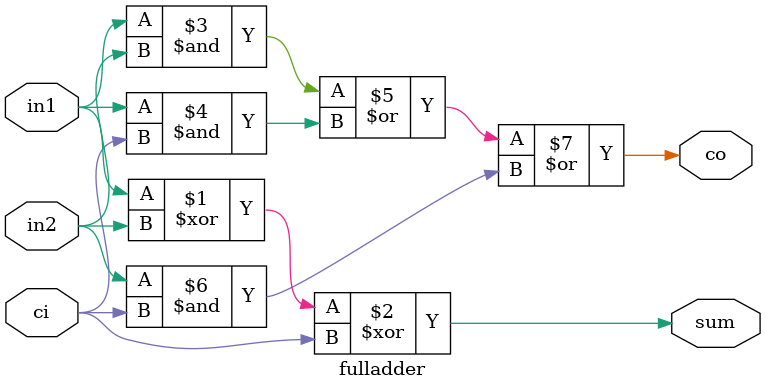
<source format=sv>


/* Full Adder.
 *
 */
module fulladder (
    input  wire in1,
    input  wire in2,
    input  wire ci,
    output wire sum,
    output wire co
);

assign sum = (in1 ^ in2) ^ ci;

assign co = (in1 & in2) | (in1 & ci) | (in2 & ci);

endmodule: fulladder

</source>
